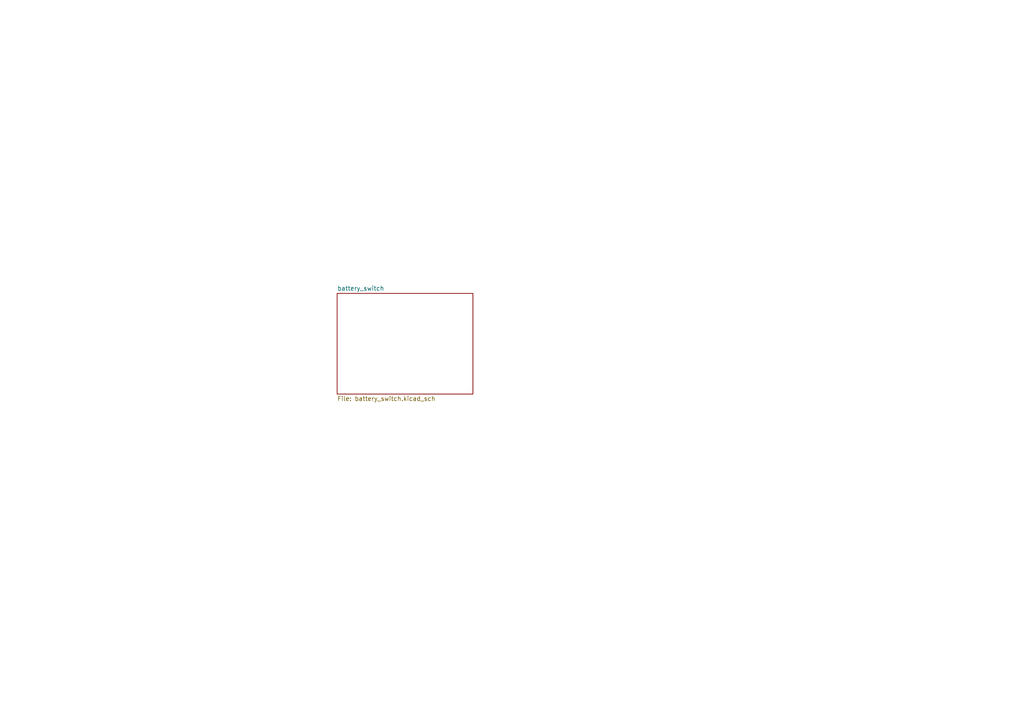
<source format=kicad_sch>
(kicad_sch (version 20230121) (generator eeschema)
  (paper "A4")
  (lib_symbols)
  (sheet (at 97.79 85.09) (size 39.37 29.21) (stroke (width 0.1524))
    (property "Sheetname" "battery_switch" (at 97.79 84.3784 0) (effects (justify left bottom)))
    (property "Sheetfile" "battery_switch.kicad_sch" (at 97.79 114.8846 0) (effects (justify left top)))
  )
)
</source>
